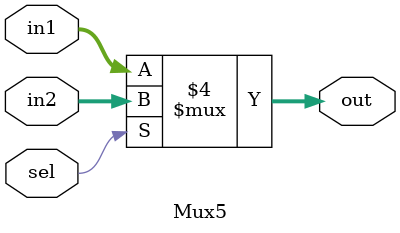
<source format=v>
module Mux5(in1, in2, sel, out);

input[4:0] in1;
input[4:0] in2;
input sel;
output reg [4:0]  out;

always @(*)
   if (sel == 0)
      out = in1;
   else
      out = in2;

endmodule 
</source>
